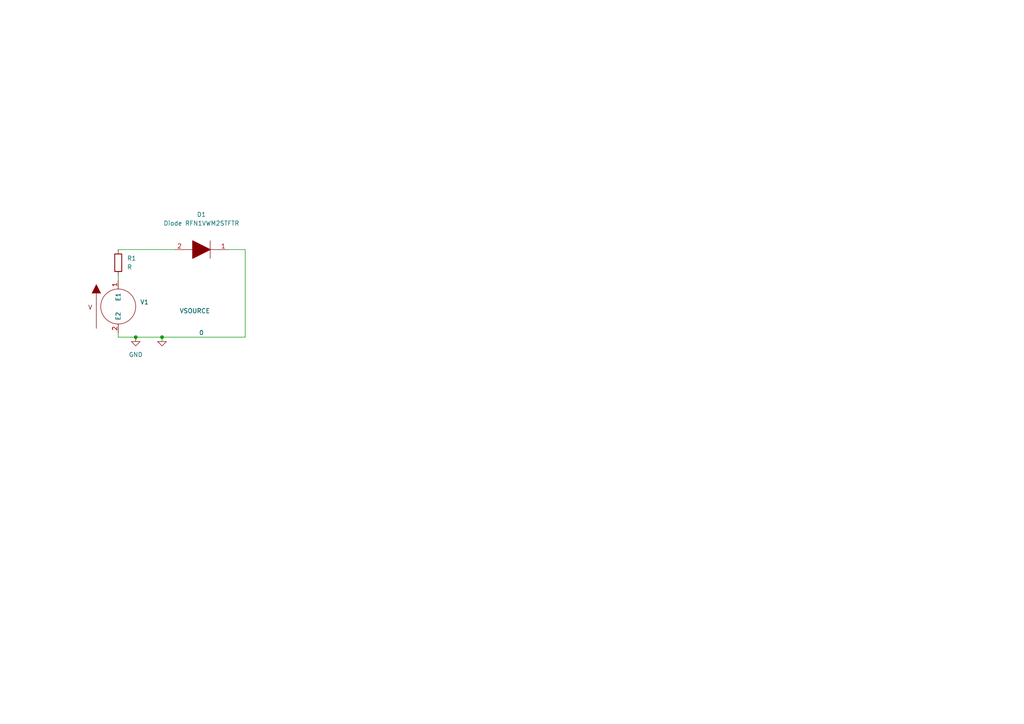
<source format=kicad_sch>
(kicad_sch (version 20211123) (generator eeschema)
  (paper "A4")
  (lib_symbols
    (symbol "Device:R" (pin_numbers hide) (pin_names (offset 0))
      (property "Reference" "R" (at 2.032 0 90))
      (property "Value" "R" (at 0 0 90))
      (symbol "R_0_1"
        (rectangle (start -1.016 -2.54) (end 1.016 2.54) (stroke (width 0.254)))
      )
      (symbol "R_1_1"
        (pin passive line (at 0 3.81 270) (length 1.27) (name "~") (number "1"))
        (pin passive line (at 0 -3.81 90) (length 1.27) (name "~") (number "2"))
      )
    )
    (symbol "EPSA_lib:Diode RFN1VWM2STFTR" (pin_names (offset 0.762))
      (property "Reference" "D" (at 24.13 5.08 0))
      (property "Value" "Diode RFN1VWM2STFTR" (at 24.13 2.54 0))
      (property "Spice_Lib_File" "${EPSA}\\SpiceModel\\D_rfn1vwm2stf.lib" (at 24.13 10.16 0))
      (symbol "Diode RFN1VWM2STFTR_0_0"
        (pin passive line (at 0 0 0) (length 2.54) (name "~") (number "1"))
        (pin passive line (at 15.24 0 180) (length 2.54) (name "~") (number "2"))
      )
      (symbol "Diode RFN1VWM2STFTR_0_1"
        (polyline (pts (xy 2.54 0) (xy 5.08 0)) (stroke (width 0.1524)))
        (polyline (pts (xy 5.08 2.54) (xy 5.08 -2.54)) (stroke (width 0.1524)))
        (polyline (pts (xy 10.16 0) (xy 12.7 0)) (stroke (width 0.1524)))
        (polyline (pts (xy 5.08 0) (xy 10.16 2.54) (xy 10.16 -2.54) (xy 5.08 0)) (stroke (width 0.254)) (fill (type outline)))
      )
    )
    (symbol "power:GND" (power) (pin_names (offset 0))
      (property "Value" "GND" (at 0 -3.81 0))
      (symbol "GND_0_1"
        (polyline (pts (xy 0 0) (xy 0 -1.27) (xy 1.27 -1.27) (xy 0 -2.54) (xy -1.27 -1.27) (xy 0 -1.27)))
      )
      (symbol "GND_1_1"
        (pin power_in line (at 0 0 270) (length 0) hide (name "GND") (number "1"))
      )
    )
    (symbol "pspice:0" (power) (pin_names (offset 0))
      (property "Value" "0" (at 0 -1.778 0))
      (symbol "0_0_1"
        (polyline (pts (xy -1.27 0) (xy 0 -1.27) (xy 1.27 0) (xy -1.27 0)))
      )
      (symbol "0_1_1"
        (pin power_in line (at 0 0 0) (length 0) hide (name "0") (number "1"))
      )
    )
    (symbol "pspice:VSOURCE" (pin_names (offset 1.016))
      (property "Reference" "V" (at -6.35 7.62 0))
      (property "Value" "VSOURCE" (at 0 0 0))
      (symbol "VSOURCE_0_1"
        (polyline (pts (xy -6.35 -6.35) (xy -6.35 3.81)) (fill (type outline)))
        (polyline (pts (xy -7.62 3.81) (xy -6.35 6.35) (xy -5.08 3.81)) (fill (type outline)))
        (circle (center 0 0) (radius 5.08))
        (text "V" (at -8.128 -0.254 0) (effects (font (size 1.27 1.27))))
      )
      (symbol "VSOURCE_1_1"
        (pin input line (at 0 7.62 270) (length 2.54) (name "E1") (number "1"))
        (pin input line (at 0 -7.62 90) (length 2.54) (name "E2") (number "2"))
      )
    )
  )
  (junction (at 46.99 97.79))
  (junction (at 39.37 97.79))
  (wire (pts (xy 34.29 96.52) (xy 34.29 97.79)))
  (wire (pts (xy 46.99 97.79) (xy 46.99 99.06)))
  (wire (pts (xy 34.29 97.79) (xy 39.37 97.79)))
  (wire (pts (xy 34.29 72.39) (xy 50.8 72.39)))
  (wire (pts (xy 46.99 97.79) (xy 71.12 97.79)))
  (wire (pts (xy 34.29 80.01) (xy 34.29 81.28)))
  (wire (pts (xy 71.12 72.39) (xy 71.12 97.79)))
  (wire (pts (xy 39.37 97.79) (xy 46.99 97.79)))
  (wire (pts (xy 71.12 72.39) (xy 66.04 72.39)))
  (symbol (lib_id "pspice:0") (at 46.99 99.06 0) (unit 1)
    (property "Reference" "#GND01" (effects hide))
    (property "Value" "0" (at 58.42 96.52 0))
  )
  (symbol (lib_id "pspice:VSOURCE") (at 34.29 88.9 0) (unit 1)
    (property "Reference" "V1" (at 40.64 87.6299 0) (effects (justify left)))
    (property "Value" "VSOURCE" (at 52.07 90.1699 0) (effects (justify left)))
    (property "Spice_Primitive" "V" (effects hide))
    (property "Spice_Model" "sin(0 5 1)" (effects hide))
    (property "Spice_Netlist_Enabled" "Y" (effects hide))
  )
  (symbol (lib_id "Device:R") (at 34.29 76.2 0) (unit 1)
    (property "Reference" "R1" (at 36.83 74.9299 0) (effects (justify left)))
    (property "Value" "R" (at 36.83 77.4699 0) (effects (justify left)))
    (property "Spice_Primitive" "R" (effects hide))
    (property "Spice_Model" "3k" (effects hide))
    (property "Spice_Netlist_Enabled" "Y" (effects hide))
  )
  (symbol (lib_id "EPSA_lib:Diode RFN1VWM2STFTR") (at 66.04 72.39 180) (unit 1)
    (property "Reference" "D1" (at 58.42 62.23 0))
    (property "Value" "Diode RFN1VWM2STFTR" (at 58.42 64.77 0))
    (property "Footprint" "RFN1VWM2STFTR" (effects hide))
    (property "Datasheet" "https://fscdn.rohm.com/en/products/databook/datasheet/discrete/diode/fast_recovery/rfn1vwm2stftr-e.pdf" (effects hide))
    (property "Description" "Diodes - General Purpose, Power, Switching 200V SUPER FAST RECOVER" (effects hide))
    (property "Height" "1" (effects hide))
    (property "Manufacturer_Name" "ROHM Semiconductor" (effects hide))
    (property "Manufacturer_Part_Number" "RFN1VWM2STFTR" (effects hide))
    (property "Mouser Part Number" "755-RFN1VWM2STFTR" (effects hide))
    (property "Mouser Price/Stock" "https://www.mouser.co.uk/ProductDetail/ROHM-Semiconductor/RFN1VWM2STFTR?qs=MyNHzdoqoQJutG0z76Y0Cg%3D%3D" (effects hide))
    (property "Spice_Primitive" "D" (effects hide))
    (property "Spice_Model" "DRFN1VWM2STF" (effects hide))
    (property "Spice_Netlist_Enabled" "Y" (effects hide))
    (property "Spice_Lib_File" "${EPSA}\\SpiceModel\\D_rfn1vwm2stf.lib" (at 58.42 67.31 0))
  )
  (symbol (lib_id "power:GND") (at 39.37 97.79 0) (unit 1)
    (property "Reference" "#PWR01" (effects hide))
    (property "Value" "GND" (at 39.37 102.87 0))
  )
)
</source>
